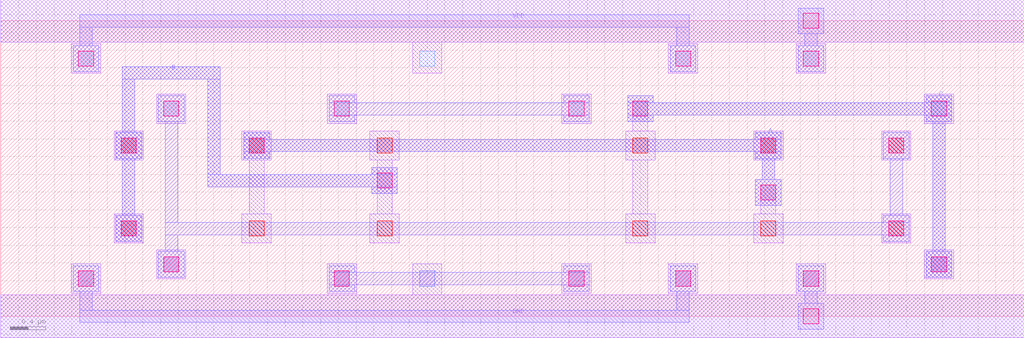
<source format=lef>
MACRO VANBERKEL1991
 CLASS CORE ;
 FOREIGN VANBERKEL1991 0 0 ;
 SIZE 11.52 BY 3.33 ;
 ORIGIN 0 0 ;
 SYMMETRY X Y R90 ;
 SITE unit ;
  PIN VDD
   DIRECTION INOUT ;
   USE POWER ;
   SHAPE ABUTMENT ;
    PORT
     CLASS CORE ;
       LAYER li1 ;
        RECT 0.00000000 3.09000000 11.52000000 3.57000000 ;
    END
  END VDD

  PIN GND
   DIRECTION INOUT ;
   USE POWER ;
   SHAPE ABUTMENT ;
    PORT
     CLASS CORE ;
       LAYER li1 ;
        RECT 0.00000000 -0.24000000 11.52000000 0.24000000 ;
    END
  END GND

  PIN C
   DIRECTION INOUT ;
   USE SIGNAL ;
   SHAPE ABUTMENT ;
    PORT
     CLASS CORE ;
       LAYER met1 ;
        RECT 10.41500000 0.44000000 10.70500000 0.73000000 ;
        RECT 10.49000000 0.73000000 10.63000000 2.19500000 ;
        RECT 7.05500000 2.19500000 7.34500000 2.27000000 ;
        RECT 10.41500000 2.19500000 10.70500000 2.27000000 ;
        RECT 7.05500000 2.27000000 10.70500000 2.41000000 ;
        RECT 7.05500000 2.41000000 7.34500000 2.48500000 ;
        RECT 10.41500000 2.41000000 10.70500000 2.48500000 ;
    END
  END C

  PIN B
   DIRECTION INOUT ;
   USE SIGNAL ;
   SHAPE ABUTMENT ;
    PORT
     CLASS CORE ;
       LAYER met1 ;
        RECT 1.29500000 0.84500000 1.58500000 1.13500000 ;
        RECT 4.17500000 1.38500000 4.46500000 1.46000000 ;
        RECT 2.33000000 1.46000000 4.46500000 1.60000000 ;
        RECT 4.17500000 1.60000000 4.46500000 1.67500000 ;
        RECT 1.37000000 1.13500000 1.51000000 1.78000000 ;
        RECT 1.29500000 1.78000000 1.58500000 2.07000000 ;
        RECT 1.37000000 2.07000000 1.51000000 2.67500000 ;
        RECT 2.33000000 1.60000000 2.47000000 2.67500000 ;
        RECT 1.37000000 2.67500000 2.47000000 2.81500000 ;
    END
  END B

  PIN A
   DIRECTION INOUT ;
   USE SIGNAL ;
   SHAPE ABUTMENT ;
    PORT
     CLASS CORE ;
       LAYER met1 ;
        RECT 8.49500000 1.25000000 8.78500000 1.54000000 ;
        RECT 8.57000000 1.54000000 8.71000000 1.78000000 ;
        RECT 2.73500000 1.78000000 3.02500000 1.85500000 ;
        RECT 8.49500000 1.78000000 8.78500000 1.85500000 ;
        RECT 2.73500000 1.85500000 8.78500000 1.99500000 ;
        RECT 2.73500000 1.99500000 3.02500000 2.07000000 ;
        RECT 8.49500000 1.99500000 8.78500000 2.07000000 ;
    END
  END A

 OBS
    LAYER polycont ;
     RECT 1.35500000 0.90500000 1.52500000 1.07500000 ;
     RECT 2.79500000 0.90500000 2.96500000 1.07500000 ;
     RECT 4.23500000 0.90500000 4.40500000 1.07500000 ;
     RECT 7.11500000 0.90500000 7.28500000 1.07500000 ;
     RECT 8.55500000 0.90500000 8.72500000 1.07500000 ;
     RECT 9.99500000 0.90500000 10.16500000 1.07500000 ;
     RECT 1.35500000 1.84000000 1.52500000 2.01000000 ;
     RECT 2.79500000 1.84000000 2.96500000 2.01000000 ;
     RECT 4.23500000 1.84000000 4.40500000 2.01000000 ;
     RECT 7.11500000 1.84000000 7.28500000 2.01000000 ;
     RECT 8.55500000 1.84000000 8.72500000 2.01000000 ;
     RECT 9.99500000 1.84000000 10.16500000 2.01000000 ;

    LAYER pdiffc ;
     RECT 1.83500000 2.25500000 2.00500000 2.42500000 ;
     RECT 3.75500000 2.25500000 3.92500000 2.42500000 ;
     RECT 6.39500000 2.25500000 6.56500000 2.42500000 ;
     RECT 10.47500000 2.25500000 10.64500000 2.42500000 ;
     RECT 0.87500000 2.82000000 1.04500000 2.99000000 ;
     RECT 4.71500000 2.82000000 4.88500000 2.99000000 ;
     RECT 7.59500000 2.82000000 7.76500000 2.99000000 ;
     RECT 9.03500000 2.82000000 9.20500000 2.99000000 ;

    LAYER ndiffc ;
     RECT 0.87500000 0.34000000 1.04500000 0.51000000 ;
     RECT 3.75500000 0.34000000 3.92500000 0.51000000 ;
     RECT 4.71500000 0.34000000 4.88500000 0.51000000 ;
     RECT 6.39500000 0.34000000 6.56500000 0.51000000 ;
     RECT 7.59500000 0.34000000 7.76500000 0.51000000 ;
     RECT 9.03500000 0.34000000 9.20500000 0.51000000 ;
     RECT 1.83500000 0.50000000 2.00500000 0.67000000 ;
     RECT 10.47500000 0.50000000 10.64500000 0.67000000 ;

    LAYER li1 ;
     RECT 0.79500000 0.26000000 1.12500000 0.59000000 ;
     RECT 3.67500000 0.26000000 4.00500000 0.59000000 ;
     RECT 0.00000000 -0.24000000 11.52000000 0.24000000 ;
     RECT 4.63500000 0.24000000 4.96500000 0.59000000 ;
     RECT 6.31500000 0.26000000 6.64500000 0.59000000 ;
     RECT 7.51500000 0.26000000 7.84500000 0.59000000 ;
     RECT 8.95500000 0.26000000 9.28500000 0.59000000 ;
     RECT 1.75500000 0.42000000 2.08500000 0.75000000 ;
     RECT 10.39500000 0.42000000 10.72500000 0.75000000 ;
     RECT 1.27500000 0.82500000 1.60500000 1.15500000 ;
     RECT 9.91500000 0.82500000 10.24500000 1.15500000 ;
     RECT 8.47500000 0.82500000 8.80500000 1.15500000 ;
     RECT 8.55500000 1.15500000 8.72500000 1.48000000 ;
     RECT 1.27500000 1.76000000 1.60500000 2.09000000 ;
     RECT 2.71500000 0.82500000 3.04500000 1.15500000 ;
     RECT 2.79500000 1.15500000 2.96500000 1.76000000 ;
     RECT 2.71500000 1.76000000 3.04500000 2.09000000 ;
     RECT 4.15500000 0.82500000 4.48500000 1.15500000 ;
     RECT 4.23500000 1.15500000 4.40500000 1.76000000 ;
     RECT 4.15500000 1.76000000 4.48500000 2.09000000 ;
     RECT 8.47500000 1.76000000 8.80500000 2.09000000 ;
     RECT 9.91500000 1.76000000 10.24500000 2.09000000 ;
     RECT 7.03500000 0.82500000 7.36500000 1.15500000 ;
     RECT 7.11500000 1.15500000 7.28500000 1.76000000 ;
     RECT 7.03500000 1.76000000 7.36500000 2.09000000 ;
     RECT 7.11500000 2.09000000 7.28500000 2.42500000 ;
     RECT 1.75500000 2.17500000 2.08500000 2.50500000 ;
     RECT 3.67500000 2.17500000 4.00500000 2.50500000 ;
     RECT 6.31500000 2.17500000 6.64500000 2.50500000 ;
     RECT 10.39500000 2.17500000 10.72500000 2.50500000 ;
     RECT 0.79500000 2.74000000 1.12500000 3.07000000 ;
     RECT 7.51500000 2.74000000 7.84500000 3.07000000 ;
     RECT 8.95500000 2.74000000 9.28500000 3.07000000 ;
     RECT 4.63500000 2.74000000 4.96500000 3.09000000 ;
     RECT 0.00000000 3.09000000 11.52000000 3.57000000 ;

    LAYER viali ;
     RECT 9.03500000 -0.08500000 9.20500000 0.08500000 ;
     RECT 0.87500000 0.34000000 1.04500000 0.51000000 ;
     RECT 3.75500000 0.34000000 3.92500000 0.51000000 ;
     RECT 6.39500000 0.34000000 6.56500000 0.51000000 ;
     RECT 7.59500000 0.34000000 7.76500000 0.51000000 ;
     RECT 9.03500000 0.34000000 9.20500000 0.51000000 ;
     RECT 1.83500000 0.50000000 2.00500000 0.67000000 ;
     RECT 10.47500000 0.50000000 10.64500000 0.67000000 ;
     RECT 1.35500000 0.90500000 1.52500000 1.07500000 ;
     RECT 9.99500000 0.90500000 10.16500000 1.07500000 ;
     RECT 8.55500000 1.31000000 8.72500000 1.48000000 ;
     RECT 4.23500000 1.44500000 4.40500000 1.61500000 ;
     RECT 1.35500000 1.84000000 1.52500000 2.01000000 ;
     RECT 2.79500000 1.84000000 2.96500000 2.01000000 ;
     RECT 8.55500000 1.84000000 8.72500000 2.01000000 ;
     RECT 9.99500000 1.84000000 10.16500000 2.01000000 ;
     RECT 1.83500000 2.25500000 2.00500000 2.42500000 ;
     RECT 3.75500000 2.25500000 3.92500000 2.42500000 ;
     RECT 6.39500000 2.25500000 6.56500000 2.42500000 ;
     RECT 7.11500000 2.25500000 7.28500000 2.42500000 ;
     RECT 10.47500000 2.25500000 10.64500000 2.42500000 ;
     RECT 0.87500000 2.82000000 1.04500000 2.99000000 ;
     RECT 7.59500000 2.82000000 7.76500000 2.99000000 ;
     RECT 9.03500000 2.82000000 9.20500000 2.99000000 ;
     RECT 9.03500000 3.24500000 9.20500000 3.41500000 ;

    LAYER met1 ;
     RECT 3.69500000 0.28000000 3.98500000 0.35500000 ;
     RECT 6.33500000 0.28000000 6.62500000 0.35500000 ;
     RECT 3.69500000 0.35500000 6.62500000 0.49500000 ;
     RECT 3.69500000 0.49500000 3.98500000 0.57000000 ;
     RECT 6.33500000 0.49500000 6.62500000 0.57000000 ;
     RECT 0.89000000 -0.07000000 7.75000000 0.07000000 ;
     RECT 0.89000000 0.07000000 1.03000000 0.28000000 ;
     RECT 7.61000000 0.07000000 7.75000000 0.28000000 ;
     RECT 0.81500000 0.28000000 1.10500000 0.57000000 ;
     RECT 7.53500000 0.28000000 7.82500000 0.57000000 ;
     RECT 8.97500000 -0.14500000 9.26500000 0.14500000 ;
     RECT 9.05000000 0.14500000 9.19000000 0.28000000 ;
     RECT 8.97500000 0.28000000 9.26500000 0.57000000 ;
     RECT 8.49500000 1.25000000 8.78500000 1.54000000 ;
     RECT 8.57000000 1.54000000 8.71000000 1.78000000 ;
     RECT 2.73500000 1.78000000 3.02500000 1.85500000 ;
     RECT 8.49500000 1.78000000 8.78500000 1.85500000 ;
     RECT 2.73500000 1.85500000 8.78500000 1.99500000 ;
     RECT 2.73500000 1.99500000 3.02500000 2.07000000 ;
     RECT 8.49500000 1.99500000 8.78500000 2.07000000 ;
     RECT 1.77500000 0.44000000 2.06500000 0.73000000 ;
     RECT 1.85000000 0.73000000 1.99000000 0.92000000 ;
     RECT 9.93500000 0.84500000 10.22500000 0.92000000 ;
     RECT 1.85000000 0.92000000 10.22500000 1.06000000 ;
     RECT 9.93500000 1.06000000 10.22500000 1.13500000 ;
     RECT 10.01000000 1.13500000 10.15000000 1.78000000 ;
     RECT 9.93500000 1.78000000 10.22500000 2.07000000 ;
     RECT 1.85000000 1.06000000 1.99000000 2.19500000 ;
     RECT 1.77500000 2.19500000 2.06500000 2.48500000 ;
     RECT 3.69500000 2.19500000 3.98500000 2.27000000 ;
     RECT 6.33500000 2.19500000 6.62500000 2.27000000 ;
     RECT 3.69500000 2.27000000 6.62500000 2.41000000 ;
     RECT 3.69500000 2.41000000 3.98500000 2.48500000 ;
     RECT 6.33500000 2.41000000 6.62500000 2.48500000 ;
     RECT 10.41500000 0.44000000 10.70500000 0.73000000 ;
     RECT 10.49000000 0.73000000 10.63000000 2.19500000 ;
     RECT 7.05500000 2.19500000 7.34500000 2.27000000 ;
     RECT 10.41500000 2.19500000 10.70500000 2.27000000 ;
     RECT 7.05500000 2.27000000 10.70500000 2.41000000 ;
     RECT 7.05500000 2.41000000 7.34500000 2.48500000 ;
     RECT 10.41500000 2.41000000 10.70500000 2.48500000 ;
     RECT 1.29500000 0.84500000 1.58500000 1.13500000 ;
     RECT 4.17500000 1.38500000 4.46500000 1.46000000 ;
     RECT 2.33000000 1.46000000 4.46500000 1.60000000 ;
     RECT 4.17500000 1.60000000 4.46500000 1.67500000 ;
     RECT 1.37000000 1.13500000 1.51000000 1.78000000 ;
     RECT 1.29500000 1.78000000 1.58500000 2.07000000 ;
     RECT 1.37000000 2.07000000 1.51000000 2.67500000 ;
     RECT 2.33000000 1.60000000 2.47000000 2.67500000 ;
     RECT 1.37000000 2.67500000 2.47000000 2.81500000 ;
     RECT 0.81500000 2.76000000 1.10500000 3.05000000 ;
     RECT 7.53500000 2.76000000 7.82500000 3.05000000 ;
     RECT 0.89000000 3.05000000 1.03000000 3.26000000 ;
     RECT 7.61000000 3.05000000 7.75000000 3.26000000 ;
     RECT 0.89000000 3.26000000 7.75000000 3.40000000 ;
     RECT 8.97500000 2.76000000 9.26500000 3.05000000 ;
     RECT 9.05000000 3.05000000 9.19000000 3.18500000 ;
     RECT 8.97500000 3.18500000 9.26500000 3.47500000 ;

 END
END VANBERKEL1991

</source>
